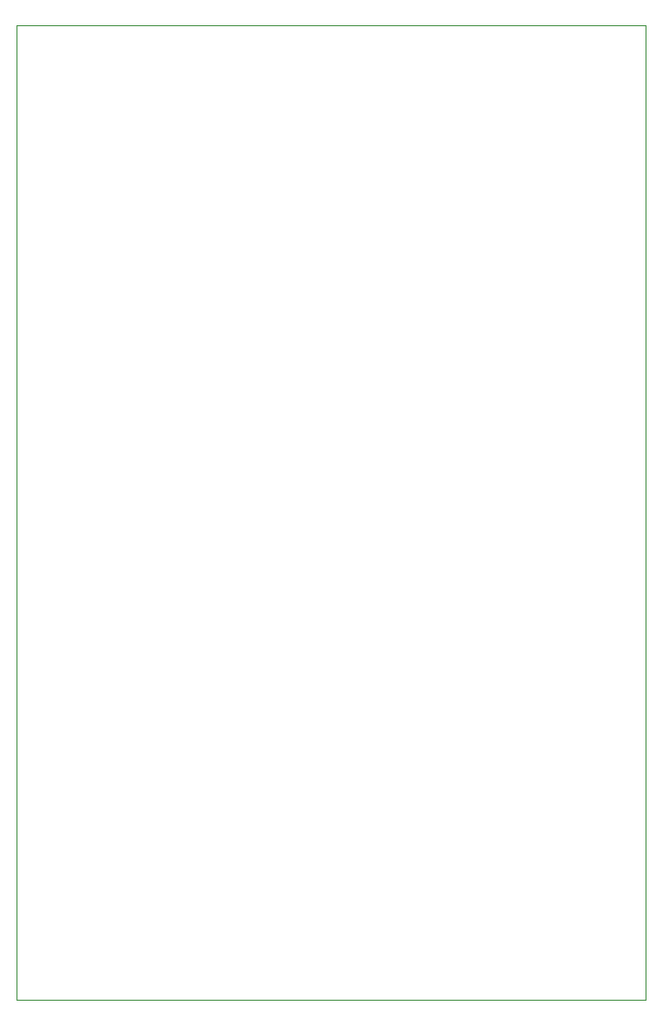
<source format=gbr>
%TF.GenerationSoftware,KiCad,Pcbnew,8.0.6*%
%TF.CreationDate,2025-03-25T19:38:50+01:00*%
%TF.ProjectId,TocBoatReceiver,546f6342-6f61-4745-9265-636569766572,rev?*%
%TF.SameCoordinates,Original*%
%TF.FileFunction,Profile,NP*%
%FSLAX46Y46*%
G04 Gerber Fmt 4.6, Leading zero omitted, Abs format (unit mm)*
G04 Created by KiCad (PCBNEW 8.0.6) date 2025-03-25 19:38:50*
%MOMM*%
%LPD*%
G01*
G04 APERTURE LIST*
%TA.AperFunction,Profile*%
%ADD10C,0.050000*%
%TD*%
G04 APERTURE END LIST*
D10*
X131500000Y-49000000D02*
X186500000Y-49000000D01*
X186500000Y-134000000D01*
X131500000Y-134000000D01*
X131500000Y-49000000D01*
M02*

</source>
